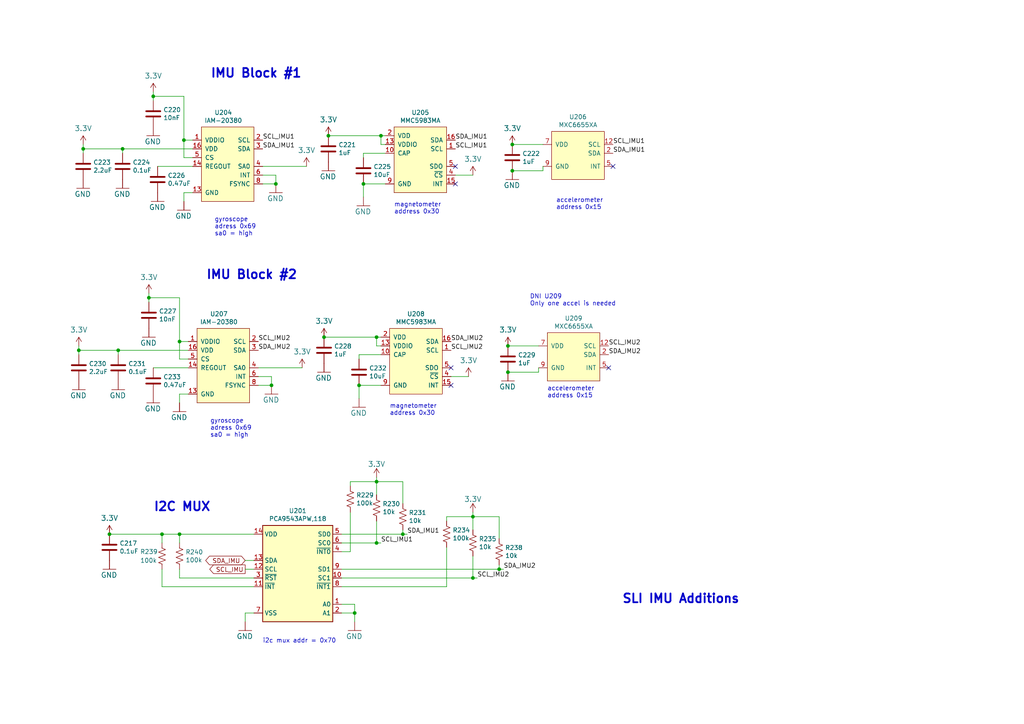
<source format=kicad_sch>
(kicad_sch (version 20211123) (generator eeschema)
  (paper "A4")
  (lib_symbols
    (symbol "mainboard-rescue:C-Device-mainboard-rescue" (pin_numbers hide) (pin_names (offset 0.254))
      (property "Reference" "C" (at 0.635 2.54 0))
      (property "Value" "C-Device-mainboard-rescue" (at 0.635 -2.54 0))
      (symbol "C-Device-mainboard-rescue_0_1"
        (polyline (pts (xy -2.032 -0.762) (xy 2.032 -0.762)) (stroke (width 0.508)))
        (polyline (pts (xy -2.032 0.762) (xy 2.032 0.762)) (stroke (width 0.508)))
      )
      (symbol "C-Device-mainboard-rescue_1_1"
        (pin passive line (at 0 3.81 270) (length 2.794) (name "~") (number "1"))
        (pin passive line (at 0 -3.81 90) (length 2.794) (name "~") (number "2"))
      )
    )
    (symbol "mainboard-rescue:R_US-Device-mainboard-rescue" (pin_numbers hide) (pin_names (offset 0))
      (property "Reference" "R" (at 2.54 0 90))
      (property "Value" "R_US-Device-mainboard-rescue" (at -2.54 0 90))
      (symbol "R_US-Device-mainboard-rescue_0_1"
        (polyline (pts (xy 0 -2.286) (xy 0 -2.54)))
        (polyline (pts (xy 0 2.286) (xy 0 2.54)))
        (polyline (pts (xy 0 -0.762) (xy 1.016 -1.143) (xy 0 -1.524) (xy -1.016 -1.905) (xy 0 -2.286)))
        (polyline (pts (xy 0 0.762) (xy 1.016 0.381) (xy 0 0) (xy -1.016 -0.381) (xy 0 -0.762)))
        (polyline (pts (xy 0 2.286) (xy 1.016 1.905) (xy 0 1.524) (xy -1.016 1.143) (xy 0 0.762)))
      )
      (symbol "R_US-Device-mainboard-rescue_1_1"
        (pin passive line (at 0 3.81 270) (length 1.27) (name "~") (number "1"))
        (pin passive line (at 0 -3.81 90) (length 1.27) (name "~") (number "2"))
      )
    )
    (symbol "mainboard:3.3V" (power) (pin_names (offset 1.016))
      (property "Value" "3.3V" (at -1.016 3.556 0))
      (symbol "3.3V_1_0"
        (polyline (pts (xy 0 2.54) (xy -0.762 1.27)))
        (polyline (pts (xy 0.762 1.27) (xy 0 2.54)))
        (pin power_in line (at 0 0 90) (length 2.54) (name "3.3V") (number "1"))
      )
    )
    (symbol "mainboard:GND" (power) (pin_names (offset 1.016))
      (property "Value" "GND" (at -2.54 -2.54 0))
      (symbol "GND_1_0"
        (polyline (pts (xy -1.905 0) (xy 1.905 0)))
        (pin power_in line (at 0 2.54 270) (length 2.54) (name "GND") (number "1"))
      )
    )
    (symbol "mainboard_SLI:IAM-20380" (pin_names (offset 1.016))
      (property "Reference" "U" (at 0 3.81 0))
      (property "Value" "IAM-20380" (at 0 1.27 0))
      (symbol "IAM-20380_0_0"
        (pin unspecified line (at -10.16 -3.81 0) (length 2.54) (name "VDDIO") (number "1"))
        (pin unspecified line (at -10.16 -19.05 0) (length 2.54) hide (name "RESV_GND") (number "10"))
        (pin unspecified line (at -10.16 -19.05 0) (length 2.54) hide (name "RESV_GND") (number "11"))
        (pin unspecified line (at -10.16 -19.05 0) (length 2.54) hide (name "RESV_GND") (number "12"))
        (pin unspecified line (at -10.16 -19.05 0) (length 2.54) (name "GND") (number "13"))
        (pin unspecified line (at -10.16 -11.43 0) (length 2.54) (name "REGOUT") (number "14"))
        (pin unspecified line (at -10.16 -19.05 0) (length 2.54) hide (name "RESV_GND") (number "15"))
        (pin unspecified line (at -10.16 -6.35 0) (length 2.54) (name "VDD") (number "16"))
        (pin unspecified line (at 10.16 -3.81 180) (length 2.54) (name "SCL") (number "2"))
        (pin unspecified line (at 10.16 -6.35 180) (length 2.54) (name "SDA") (number "3"))
        (pin unspecified line (at 10.16 -11.43 180) (length 2.54) (name "SA0") (number "4"))
        (pin unspecified line (at -10.16 -8.89 0) (length 2.54) (name "CS") (number "5"))
        (pin unspecified line (at 10.16 -13.97 180) (length 2.54) (name "INT") (number "6"))
        (pin unspecified line (at 10.16 -19.05 180) (length 2.54) hide (name "RESV_NC") (number "7"))
        (pin unspecified line (at 10.16 -16.51 180) (length 2.54) (name "FSYNC") (number "8"))
        (pin unspecified line (at -10.16 -19.05 0) (length 2.54) hide (name "RESV_GND") (number "9"))
      )
      (symbol "IAM-20380_0_1"
        (rectangle (start -7.62 0) (end 7.62 -21.59) (fill (type background)))
      )
    )
    (symbol "mainboard_SLI:MMC5983MA" (pin_names (offset 1.016))
      (property "Reference" "U" (at 0 3.81 0))
      (property "Value" "MMC5983MA" (at 0 1.27 0))
      (symbol "MMC5983MA_0_1"
        (rectangle (start -7.62 0) (end 7.62 -19.05) (fill (type background)))
      )
      (symbol "MMC5983MA_1_1"
        (pin input line (at 10.16 -6.35 180) (length 2.54) (name "SCL") (number "1"))
        (pin input line (at -10.16 -7.62 0) (length 2.54) (name "CAP") (number "10"))
        (pin input line (at -10.16 -16.51 0) (length 2.54) hide (name "GND") (number "11"))
        (pin input line (at -10.16 -5.08 0) (length 2.54) (name "VDDIO") (number "13"))
        (pin input line (at 10.16 -16.51 180) (length 2.54) (name "INT") (number "15"))
        (pin input line (at 10.16 -3.81 180) (length 2.54) (name "SDA") (number "16"))
        (pin input line (at -10.16 -2.54 0) (length 2.54) (name "VDD") (number "2"))
        (pin input line (at 10.16 -13.97 180) (length 2.54) (name "~{CS}") (number "4"))
        (pin input line (at 10.16 -11.43 180) (length 2.54) (name "SDO") (number "5"))
        (pin input line (at -10.16 -16.51 0) (length 2.54) (name "GND") (number "9"))
      )
    )
    (symbol "mainboard_SLI:MXC6655XA" (pin_names (offset 1.016))
      (property "Reference" "U" (at 0 3.81 0))
      (property "Value" "MXC6655XA" (at 0 1.27 0))
      (symbol "MXC6655XA_0_1"
        (rectangle (start -7.62 0) (end 7.62 -13.97) (fill (type background)))
      )
      (symbol "MXC6655XA_1_1"
        (pin input line (at 10.16 -3.81 180) (length 2.54) (name "SCL") (number "12"))
        (pin input line (at 10.16 -6.35 180) (length 2.54) (name "SDA") (number "2"))
        (pin input line (at 10.16 -10.16 180) (length 2.54) (name "INT") (number "5"))
        (pin input line (at -10.16 -3.81 0) (length 2.54) (name "VDD") (number "7"))
        (pin input line (at -10.16 -10.16 0) (length 2.54) (name "GND") (number "9"))
      )
    )
    (symbol "mainboard_SLI:PCA9543APW,118"
      (property "Reference" "U" (at 0 6.35 0))
      (property "Value" "PCA9543APW,118" (at 0 2.54 0))
      (symbol "PCA9543APW,118_0_1"
        (rectangle (start 8.89 0) (end -11.43 -27.94) (stroke (width 0.254)) (fill (type background)))
      )
      (symbol "PCA9543APW,118_1_1"
        (pin input line (at 11.43 -22.86 180) (length 2.54) (name "A0") (number "1"))
        (pin output line (at 11.43 -15.24 180) (length 2.54) (name "SC1") (number "10"))
        (pin open_collector line (at -13.97 -17.78 0) (length 2.54) (name "~{INT}") (number "11"))
        (pin input line (at -13.97 -12.7 0) (length 2.54) (name "SCL") (number "12"))
        (pin bidirectional line (at -13.97 -10.16 0) (length 2.54) (name "SDA") (number "13"))
        (pin power_in line (at -13.97 -2.54 0) (length 2.54) (name "VDD") (number "14"))
        (pin input line (at 11.43 -25.4 180) (length 2.54) (name "A1") (number "2"))
        (pin open_collector line (at -13.97 -15.24 0) (length 2.54) (name "~{RST}") (number "3"))
        (pin input line (at 11.43 -7.62 180) (length 2.54) (name "~{INT0}") (number "4"))
        (pin bidirectional line (at 11.43 -2.54 180) (length 2.54) (name "SD0") (number "5"))
        (pin output line (at 11.43 -5.08 180) (length 2.54) (name "SC0") (number "6"))
        (pin power_in line (at -13.97 -25.4 0) (length 2.54) (name "VSS") (number "7"))
        (pin input line (at 11.43 -17.78 180) (length 2.54) (name "~{INT1}") (number "8"))
        (pin bidirectional line (at 11.43 -12.7 180) (length 2.54) (name "SD1") (number "9"))
      )
    )
  )
  (junction (at 52.07 154.94))
  (junction (at 116.84 154.94))
  (junction (at 52.07 99.06))
  (junction (at 80.01 53.34))
  (junction (at 46.99 154.94))
  (junction (at 95.25 39.37))
  (junction (at 109.22 139.7))
  (junction (at 34.29 101.6))
  (junction (at 22.86 101.6))
  (junction (at 44.45 27.94))
  (junction (at 148.59 49.53))
  (junction (at 102.87 177.8))
  (junction (at 31.75 154.94))
  (junction (at 109.22 157.48))
  (junction (at 35.56 43.18))
  (junction (at 43.18 86.36))
  (junction (at 147.32 100.33))
  (junction (at 137.16 167.64))
  (junction (at 110.49 39.37))
  (junction (at 93.98 97.79))
  (junction (at 148.59 41.91))
  (junction (at 105.41 53.34))
  (junction (at 147.32 107.95))
  (junction (at 53.34 40.64))
  (junction (at 144.78 165.1))
  (junction (at 137.16 149.86))
  (junction (at 104.14 111.76))
  (junction (at 109.22 97.79))
  (junction (at 24.13 43.18))
  (junction (at 78.74 111.76))
  (no_connect (at 130.81 106.68))
  (no_connect (at 177.8 48.26))
  (no_connect (at 132.08 48.26))
  (no_connect (at 130.81 111.76))
  (no_connect (at 132.08 53.34))
  (no_connect (at 176.53 106.68))
  (wire (pts (xy 101.6 160.02) (xy 101.6 148.59)))
  (wire (pts (xy 99.06 157.48) (xy 109.22 157.48)))
  (wire (pts (xy 43.18 86.36) (xy 52.07 86.36)))
  (wire (pts (xy 110.49 41.91) (xy 110.49 39.37)))
  (wire (pts (xy 137.16 167.64) (xy 138.43 167.64)))
  (wire (pts (xy 109.22 157.48) (xy 109.22 151.13)))
  (wire (pts (xy 52.07 157.48) (xy 52.07 154.94)))
  (wire (pts (xy 109.22 97.79) (xy 110.49 97.79)))
  (wire (pts (xy 102.87 177.8) (xy 99.06 177.8)))
  (wire (pts (xy 24.13 43.18) (xy 24.13 44.45)))
  (wire (pts (xy 73.66 177.8) (xy 71.12 177.8)))
  (wire (pts (xy 109.22 143.51) (xy 109.22 139.7)))
  (wire (pts (xy 116.84 154.94) (xy 116.84 153.67)))
  (wire (pts (xy 52.07 167.64) (xy 52.07 165.1)))
  (wire (pts (xy 137.16 153.67) (xy 137.16 149.86)))
  (wire (pts (xy 116.84 154.94) (xy 118.11 154.94)))
  (wire (pts (xy 116.84 139.7) (xy 116.84 146.05)))
  (wire (pts (xy 44.45 27.94) (xy 53.34 27.94)))
  (wire (pts (xy 53.34 45.72) (xy 53.34 40.64)))
  (wire (pts (xy 54.61 101.6) (xy 34.29 101.6)))
  (wire (pts (xy 99.06 170.18) (xy 129.54 170.18)))
  (wire (pts (xy 55.88 45.72) (xy 53.34 45.72)))
  (wire (pts (xy 104.14 102.87) (xy 110.49 102.87)))
  (wire (pts (xy 101.6 160.02) (xy 99.06 160.02)))
  (wire (pts (xy 80.01 53.34) (xy 76.2 53.34)))
  (wire (pts (xy 54.61 104.14) (xy 52.07 104.14)))
  (wire (pts (xy 54.61 99.06) (xy 52.07 99.06)))
  (wire (pts (xy 109.22 157.48) (xy 110.49 157.48)))
  (wire (pts (xy 53.34 55.88) (xy 53.34 58.42)))
  (wire (pts (xy 104.14 104.14) (xy 104.14 102.87)))
  (wire (pts (xy 144.78 165.1) (xy 146.05 165.1)))
  (wire (pts (xy 46.99 157.48) (xy 46.99 154.94)))
  (wire (pts (xy 144.78 149.86) (xy 137.16 149.86)))
  (wire (pts (xy 44.45 27.94) (xy 44.45 29.21)))
  (wire (pts (xy 137.16 161.29) (xy 137.16 167.64)))
  (wire (pts (xy 105.41 45.72) (xy 105.41 44.45)))
  (wire (pts (xy 46.99 165.1) (xy 46.99 170.18)))
  (wire (pts (xy 110.49 100.33) (xy 109.22 100.33)))
  (wire (pts (xy 148.59 41.91) (xy 157.48 41.91)))
  (wire (pts (xy 99.06 175.26) (xy 102.87 175.26)))
  (wire (pts (xy 102.87 175.26) (xy 102.87 177.8)))
  (wire (pts (xy 144.78 149.86) (xy 144.78 156.21)))
  (wire (pts (xy 156.21 106.68) (xy 156.21 107.95)))
  (wire (pts (xy 144.78 163.83) (xy 144.78 165.1)))
  (wire (pts (xy 111.76 41.91) (xy 110.49 41.91)))
  (wire (pts (xy 71.12 177.8) (xy 71.12 180.34)))
  (wire (pts (xy 157.48 48.26) (xy 157.48 49.53)))
  (wire (pts (xy 73.66 162.56) (xy 71.12 162.56)))
  (wire (pts (xy 110.49 39.37) (xy 111.76 39.37)))
  (wire (pts (xy 22.86 101.6) (xy 22.86 102.87)))
  (wire (pts (xy 105.41 53.34) (xy 111.76 53.34)))
  (wire (pts (xy 55.88 55.88) (xy 53.34 55.88)))
  (wire (pts (xy 147.32 100.33) (xy 156.21 100.33)))
  (wire (pts (xy 74.93 109.22) (xy 78.74 109.22)))
  (wire (pts (xy 129.54 149.86) (xy 129.54 151.13)))
  (wire (pts (xy 78.74 111.76) (xy 74.93 111.76)))
  (wire (pts (xy 24.13 41.91) (xy 24.13 43.18)))
  (wire (pts (xy 53.34 27.94) (xy 53.34 40.64)))
  (wire (pts (xy 129.54 158.75) (xy 129.54 170.18)))
  (wire (pts (xy 74.93 106.68) (xy 87.63 106.68)))
  (wire (pts (xy 54.61 106.68) (xy 44.45 106.68)))
  (wire (pts (xy 99.06 154.94) (xy 116.84 154.94)))
  (wire (pts (xy 24.13 43.18) (xy 35.56 43.18)))
  (wire (pts (xy 55.88 40.64) (xy 53.34 40.64)))
  (wire (pts (xy 52.07 104.14) (xy 52.07 99.06)))
  (wire (pts (xy 76.2 48.26) (xy 88.9 48.26)))
  (wire (pts (xy 137.16 149.86) (xy 137.16 148.59)))
  (wire (pts (xy 78.74 109.22) (xy 78.74 111.76)))
  (wire (pts (xy 71.12 165.1) (xy 73.66 165.1)))
  (wire (pts (xy 101.6 139.7) (xy 101.6 140.97)))
  (wire (pts (xy 22.86 100.33) (xy 22.86 101.6)))
  (wire (pts (xy 105.41 44.45) (xy 111.76 44.45)))
  (wire (pts (xy 109.22 100.33) (xy 109.22 97.79)))
  (wire (pts (xy 144.78 165.1) (xy 99.06 165.1)))
  (wire (pts (xy 80.01 50.8) (xy 80.01 53.34)))
  (wire (pts (xy 46.99 170.18) (xy 73.66 170.18)))
  (wire (pts (xy 52.07 154.94) (xy 73.66 154.94)))
  (wire (pts (xy 52.07 167.64) (xy 73.66 167.64)))
  (wire (pts (xy 55.88 48.26) (xy 45.72 48.26)))
  (wire (pts (xy 22.86 101.6) (xy 34.29 101.6)))
  (wire (pts (xy 109.22 139.7) (xy 101.6 139.7)))
  (wire (pts (xy 99.06 167.64) (xy 137.16 167.64)))
  (wire (pts (xy 93.98 97.79) (xy 109.22 97.79)))
  (wire (pts (xy 156.21 107.95) (xy 147.32 107.95)))
  (wire (pts (xy 104.14 111.76) (xy 104.14 115.57)))
  (wire (pts (xy 55.88 43.18) (xy 35.56 43.18)))
  (wire (pts (xy 43.18 85.09) (xy 43.18 86.36)))
  (wire (pts (xy 105.41 53.34) (xy 105.41 57.15)))
  (wire (pts (xy 137.16 149.86) (xy 129.54 149.86)))
  (wire (pts (xy 95.25 39.37) (xy 110.49 39.37)))
  (wire (pts (xy 52.07 86.36) (xy 52.07 99.06)))
  (wire (pts (xy 109.22 139.7) (xy 109.22 138.43)))
  (wire (pts (xy 31.75 154.94) (xy 46.99 154.94)))
  (wire (pts (xy 157.48 49.53) (xy 148.59 49.53)))
  (wire (pts (xy 35.56 43.18) (xy 35.56 44.45)))
  (wire (pts (xy 43.18 86.36) (xy 43.18 87.63)))
  (wire (pts (xy 34.29 101.6) (xy 34.29 102.87)))
  (wire (pts (xy 52.07 114.3) (xy 52.07 116.84)))
  (wire (pts (xy 54.61 114.3) (xy 52.07 114.3)))
  (wire (pts (xy 46.99 154.94) (xy 52.07 154.94)))
  (wire (pts (xy 76.2 50.8) (xy 80.01 50.8)))
  (wire (pts (xy 116.84 139.7) (xy 109.22 139.7)))
  (wire (pts (xy 104.14 111.76) (xy 110.49 111.76)))
  (wire (pts (xy 132.08 50.8) (xy 137.16 50.8)))
  (wire (pts (xy 130.81 109.22) (xy 135.89 109.22)))
  (wire (pts (xy 102.87 177.8) (xy 102.87 180.34)))
  (wire (pts (xy 44.45 26.67) (xy 44.45 27.94)))
  (text "i2c mux addr = 0x70" (at 76.2 186.69 0) (effects (font (size 1.27 1.27)) (justify left bottom)))
  (text "IMU Block #2" (at 59.69 81.28 0) (effects (font (size 2.54 2.54) (thickness 0.508) bold) (justify left bottom)))
  (text "IMU Block #1" (at 60.96 22.86 0) (effects (font (size 2.54 2.54) (thickness 0.508) bold) (justify left bottom)))
  (text "accelerometer\naddress 0x15" (at 161.29 60.96 0) (effects (font (size 1.27 1.27)) (justify left bottom)))
  (text "magnetometer\naddress 0x30" (at 114.3 62.23 0) (effects (font (size 1.27 1.27)) (justify left bottom)))
  (text "SLI IMU Additions" (at 180.34 175.26 0) (effects (font (size 2.54 2.54) (thickness 0.508) bold) (justify left bottom)))
  (text "DNI U209\nOnly one accel is needed" (at 153.67 88.9 0) (effects (font (size 1.27 1.27)) (justify left bottom)))
  (text "gyroscope\nadress 0x69\nsa0 = high" (at 60.96 127 0) (effects (font (size 1.27 1.27)) (justify left bottom)))
  (text "I2C MUX" (at 44.45 148.59 0) (effects (font (size 2.54 2.54) (thickness 0.508) bold) (justify left bottom)))
  (text "accelerometer\naddress 0x15" (at 158.75 115.57 0) (effects (font (size 1.27 1.27)) (justify left bottom)))
  (text "gyroscope\nadress 0x69\nsa0 = high" (at 62.23 68.58 0) (effects (font (size 1.27 1.27)) (justify left bottom)))
  (text "magnetometer\naddress 0x30" (at 113.03 120.65 0) (effects (font (size 1.27 1.27)) (justify left bottom)))
  (label "SDA_IMU2" (at 130.81 99.06 0))
  (label "SCL_IMU1" (at 132.08 43.18 0))
  (label "SDA_IMU1" (at 118.11 154.94 0))
  (label "SDA_IMU1" (at 132.08 40.64 0))
  (label "SDA_IMU2" (at 146.05 165.1 0))
  (label "SCL_IMU1" (at 110.49 157.48 0))
  (label "SDA_IMU2" (at 176.53 102.87 0))
  (label "SDA_IMU2" (at 74.93 101.6 0))
  (label "SCL_IMU2" (at 74.93 99.06 0))
  (label "SCL_IMU2" (at 176.53 100.33 0))
  (label "SDA_IMU1" (at 76.2 43.18 0))
  (label "SCL_IMU1" (at 177.8 41.91 0))
  (label "SCL_IMU1" (at 76.2 40.64 0))
  (label "SDA_IMU1" (at 177.8 44.45 0))
  (label "SCL_IMU2" (at 138.43 167.64 0))
  (label "SCL_IMU2" (at 130.81 101.6 0))
  (global_label "SDA_IMU" (shape bidirectional) (at 71.12 162.56 180) (property "Intersheet References" "${INTERSHEET_REFS}" (effects hide)))
  (global_label "SCL_IMU" (shape output) (at 71.12 165.1 180) (property "Intersheet References" "${INTERSHEET_REFS}" (effects hide)))
  (symbol (lib_id "mainboard_SLI:IAM-20380") (at 66.04 36.83 0) (unit 1)
    (property "Reference" "U204" (at 64.77 32.639 0))
    (property "Value" "IAM-20380" (at 64.77 34.9504 0))
    (property "Footprint" "mainboard-SLI:IAM-20380" (effects hide))
  )
  (symbol (lib_id "mainboard_SLI:MMC5983MA") (at 121.92 36.83 0) (unit 1)
    (property "Reference" "U205" (at 121.92 32.639 0))
    (property "Value" "MMC5983MA" (at 121.92 34.9504 0))
    (property "Footprint" "mainboard-SLI:MMC5983MA" (effects hide))
  )
  (symbol (lib_id "mainboard_SLI:MXC6655XA") (at 167.64 38.1 0) (unit 1)
    (property "Reference" "U206" (at 167.64 33.909 0))
    (property "Value" "MXC6655XA" (at 167.64 36.2204 0))
    (property "Footprint" "mainboard-SLI:MXC6655XA" (effects hide))
  )
  (symbol (lib_id "mainboard:3.3V") (at 31.75 154.94 0) (unit 1)
    (property "Reference" "#SUPPLY0124" (effects hide))
    (property "Value" "3.3V" (at 29.21 151.13 0) (effects (font (size 1.4986 1.4986)) (justify left bottom)))
  )
  (symbol (lib_id "mainboard-rescue:C-Device-mainboard-rescue") (at 31.75 158.75 0) (unit 1)
    (property "Reference" "C217" (at 34.671 157.5816 0) (effects (justify left)))
    (property "Value" "0.1uF" (at 34.671 159.893 0) (effects (justify left)))
    (property "Footprint" "Capacitor_SMD:C_0603_1608Metric" (effects hide))
  )
  (symbol (lib_id "mainboard:GND") (at 31.75 165.1 0) (unit 1)
    (property "Reference" "#GND0154" (effects hide))
    (property "Value" "GND" (at 29.21 167.64 0) (effects (font (size 1.4986 1.4986)) (justify left bottom)))
  )
  (symbol (lib_id "mainboard:GND") (at 102.87 182.88 0) (unit 1)
    (property "Reference" "#GND0153" (effects hide))
    (property "Value" "GND" (at 100.33 185.42 0) (effects (font (size 1.4986 1.4986)) (justify left bottom)))
  )
  (symbol (lib_id "mainboard:GND") (at 71.12 182.88 0) (unit 1)
    (property "Reference" "#GND0152" (effects hide))
    (property "Value" "GND" (at 68.58 185.42 0) (effects (font (size 1.4986 1.4986)) (justify left bottom)))
  )
  (symbol (lib_id "mainboard-rescue:R_US-Device-mainboard-rescue") (at 52.07 161.29 0) (unit 1)
    (property "Reference" "R240" (at 53.7972 160.1216 0) (effects (justify left)))
    (property "Value" "100k" (at 53.7972 162.433 0) (effects (justify left)))
    (property "Footprint" "Resistor_SMD:R_0603_1608Metric" (effects hide))
  )
  (symbol (lib_id "mainboard-rescue:R_US-Device-mainboard-rescue") (at 46.99 161.29 0) (unit 1)
    (property "Reference" "R239" (at 40.64 160.02 0) (effects (justify left)))
    (property "Value" "100k" (at 40.64 162.56 0) (effects (justify left)))
    (property "Footprint" "Resistor_SMD:R_0603_1608Metric" (effects hide))
  )
  (symbol (lib_id "mainboard_SLI:PCA9543APW,118") (at 87.63 152.4 0) (unit 1)
    (property "Reference" "U201" (at 86.36 148.1582 0))
    (property "Value" "PCA9543APW,118" (at 86.36 150.4696 0))
    (property "Footprint" "Package_SO:TSSOP-14_4.4x5mm_P0.65mm" (effects hide))
    (property "Datasheet" "http://www.nxp.com/documents/data_sheet/PCA9544A.pdf" (effects hide))
  )
  (symbol (lib_id "mainboard-rescue:R_US-Device-mainboard-rescue") (at 101.6 144.78 0) (unit 1)
    (property "Reference" "R229" (at 103.3272 143.6116 0) (effects (justify left)))
    (property "Value" "100k" (at 103.3272 145.923 0) (effects (justify left)))
    (property "Footprint" "Resistor_SMD:R_0603_1608Metric" (effects hide))
  )
  (symbol (lib_id "mainboard-rescue:R_US-Device-mainboard-rescue") (at 109.22 147.32 0) (unit 1)
    (property "Reference" "R230" (at 110.9472 146.1516 0) (effects (justify left)))
    (property "Value" "10k" (at 110.9472 148.463 0) (effects (justify left)))
    (property "Footprint" "Resistor_SMD:R_0603_1608Metric" (effects hide))
  )
  (symbol (lib_id "mainboard-rescue:R_US-Device-mainboard-rescue") (at 116.84 149.86 0) (unit 1)
    (property "Reference" "R231" (at 118.5672 148.6916 0) (effects (justify left)))
    (property "Value" "10k" (at 118.5672 151.003 0) (effects (justify left)))
    (property "Footprint" "Resistor_SMD:R_0603_1608Metric" (effects hide))
  )
  (symbol (lib_id "mainboard-rescue:R_US-Device-mainboard-rescue") (at 129.54 154.94 0) (unit 1)
    (property "Reference" "R234" (at 131.2672 153.7716 0) (effects (justify left)))
    (property "Value" "100k" (at 131.2672 156.083 0) (effects (justify left)))
    (property "Footprint" "Resistor_SMD:R_0603_1608Metric" (effects hide))
  )
  (symbol (lib_id "mainboard-rescue:R_US-Device-mainboard-rescue") (at 137.16 157.48 0) (unit 1)
    (property "Reference" "R235" (at 138.8872 156.3116 0) (effects (justify left)))
    (property "Value" "10k" (at 138.8872 158.623 0) (effects (justify left)))
    (property "Footprint" "Resistor_SMD:R_0603_1608Metric" (effects hide))
  )
  (symbol (lib_id "mainboard-rescue:R_US-Device-mainboard-rescue") (at 144.78 160.02 0) (unit 1)
    (property "Reference" "R238" (at 146.5072 158.8516 0) (effects (justify left)))
    (property "Value" "10k" (at 146.5072 161.163 0) (effects (justify left)))
    (property "Footprint" "Resistor_SMD:R_0603_1608Metric" (effects hide))
  )
  (symbol (lib_id "mainboard:3.3V") (at 109.22 138.43 0) (unit 1)
    (property "Reference" "#P+0108" (effects hide))
    (property "Value" "3.3V" (at 109.22 134.62 0) (effects (font (size 1.4986 1.4986))))
  )
  (symbol (lib_id "mainboard:3.3V") (at 137.16 148.59 0) (unit 1)
    (property "Reference" "#P+0107" (effects hide))
    (property "Value" "3.3V" (at 137.16 144.78 0) (effects (font (size 1.4986 1.4986))))
  )
  (symbol (lib_id "mainboard:3.3V") (at 24.13 41.91 0) (unit 1)
    (property "Reference" "#SUPPLY0105" (effects hide))
    (property "Value" "3.3V" (at 21.59 38.1 0) (effects (font (size 1.4986 1.4986)) (justify left bottom)))
  )
  (symbol (lib_id "mainboard-rescue:C-Device-mainboard-rescue") (at 35.56 48.26 0) (unit 1)
    (property "Reference" "C224" (at 38.481 47.0916 0) (effects (justify left)))
    (property "Value" "0.1uF" (at 38.481 49.403 0) (effects (justify left)))
    (property "Footprint" "Capacitor_SMD:C_0603_1608Metric" (effects hide))
  )
  (symbol (lib_id "mainboard:GND") (at 35.56 54.61 0) (unit 1)
    (property "Reference" "#GND0132" (effects hide))
    (property "Value" "GND" (at 33.02 57.15 0) (effects (font (size 1.4986 1.4986)) (justify left bottom)))
  )
  (symbol (lib_id "mainboard-rescue:C-Device-mainboard-rescue") (at 24.13 48.26 0) (unit 1)
    (property "Reference" "C223" (at 27.051 47.0916 0) (effects (justify left)))
    (property "Value" "2.2uF" (at 27.051 49.403 0) (effects (justify left)))
    (property "Footprint" "Capacitor_SMD:C_0603_1608Metric" (effects hide))
  )
  (symbol (lib_id "mainboard:GND") (at 24.13 54.61 0) (unit 1)
    (property "Reference" "#GND0133" (effects hide))
    (property "Value" "GND" (at 21.59 57.15 0) (effects (font (size 1.4986 1.4986)) (justify left bottom)))
  )
  (symbol (lib_id "mainboard:3.3V") (at 44.45 26.67 0) (unit 1)
    (property "Reference" "#SUPPLY0106" (effects hide))
    (property "Value" "3.3V" (at 41.91 22.86 0) (effects (font (size 1.4986 1.4986)) (justify left bottom)))
  )
  (symbol (lib_id "mainboard-rescue:C-Device-mainboard-rescue") (at 44.45 33.02 0) (unit 1)
    (property "Reference" "C220" (at 47.371 31.8516 0) (effects (justify left)))
    (property "Value" "10nF" (at 47.371 34.163 0) (effects (justify left)))
    (property "Footprint" "Capacitor_SMD:C_0603_1608Metric" (effects hide))
  )
  (symbol (lib_id "mainboard:GND") (at 44.45 39.37 0) (unit 1)
    (property "Reference" "#GND0134" (effects hide))
    (property "Value" "GND" (at 41.91 41.91 0) (effects (font (size 1.4986 1.4986)) (justify left bottom)))
  )
  (symbol (lib_id "mainboard:GND") (at 45.72 58.42 0) (unit 1)
    (property "Reference" "#GND0135" (effects hide))
    (property "Value" "GND" (at 43.18 60.96 0) (effects (font (size 1.4986 1.4986)) (justify left bottom)))
  )
  (symbol (lib_id "mainboard-rescue:C-Device-mainboard-rescue") (at 45.72 52.07 0) (unit 1)
    (property "Reference" "C226" (at 48.641 50.9016 0) (effects (justify left)))
    (property "Value" "0.47uF" (at 48.641 53.213 0) (effects (justify left)))
    (property "Footprint" "Capacitor_SMD:C_0603_1608Metric" (effects hide))
  )
  (symbol (lib_id "mainboard:GND") (at 53.34 60.96 0) (unit 1)
    (property "Reference" "#GND0136" (effects hide))
    (property "Value" "GND" (at 50.8 63.5 0) (effects (font (size 1.4986 1.4986)) (justify left bottom)))
  )
  (symbol (lib_id "mainboard:3.3V") (at 88.9 48.26 0) (unit 1)
    (property "Reference" "#SUPPLY0107" (effects hide))
    (property "Value" "3.3V" (at 86.36 44.45 0) (effects (font (size 1.4986 1.4986)) (justify left bottom)))
  )
  (symbol (lib_id "mainboard:GND") (at 80.01 55.88 0) (unit 1)
    (property "Reference" "#GND0137" (effects hide))
    (property "Value" "GND" (at 77.47 58.42 0) (effects (font (size 1.4986 1.4986)) (justify left bottom)))
  )
  (symbol (lib_id "mainboard:3.3V") (at 95.25 39.37 0) (unit 1)
    (property "Reference" "#SUPPLY0108" (effects hide))
    (property "Value" "3.3V" (at 92.71 35.56 0) (effects (font (size 1.4986 1.4986)) (justify left bottom)))
  )
  (symbol (lib_id "mainboard-rescue:C-Device-mainboard-rescue") (at 95.25 43.18 0) (unit 1)
    (property "Reference" "C221" (at 98.171 42.0116 0) (effects (justify left)))
    (property "Value" "1uF" (at 98.171 44.323 0) (effects (justify left)))
    (property "Footprint" "Capacitor_SMD:C_0603_1608Metric" (effects hide))
  )
  (symbol (lib_id "mainboard:GND") (at 95.25 49.53 0) (unit 1)
    (property "Reference" "#GND0138" (effects hide))
    (property "Value" "GND" (at 92.71 52.07 0) (effects (font (size 1.4986 1.4986)) (justify left bottom)))
  )
  (symbol (lib_id "mainboard:3.3V") (at 137.16 50.8 0) (unit 1)
    (property "Reference" "#SUPPLY0112" (effects hide))
    (property "Value" "3.3V" (at 134.62 46.99 0) (effects (font (size 1.4986 1.4986)) (justify left bottom)))
  )
  (symbol (lib_id "mainboard:GND") (at 105.41 59.69 0) (unit 1)
    (property "Reference" "#GND0139" (effects hide))
    (property "Value" "GND" (at 102.87 62.23 0) (effects (font (size 1.4986 1.4986)) (justify left bottom)))
  )
  (symbol (lib_id "mainboard-rescue:C-Device-mainboard-rescue") (at 105.41 49.53 0) (unit 1)
    (property "Reference" "C225" (at 108.331 48.3616 0) (effects (justify left)))
    (property "Value" "10uF" (at 108.331 50.673 0) (effects (justify left)))
    (property "Footprint" "Capacitor_SMD:C_0805_2012Metric" (effects hide))
  )
  (symbol (lib_id "mainboard:3.3V") (at 148.59 41.91 0) (unit 1)
    (property "Reference" "#SUPPLY0113" (effects hide))
    (property "Value" "3.3V" (at 146.05 38.1 0) (effects (font (size 1.4986 1.4986)) (justify left bottom)))
  )
  (symbol (lib_id "mainboard-rescue:C-Device-mainboard-rescue") (at 148.59 45.72 0) (unit 1)
    (property "Reference" "C222" (at 151.511 44.5516 0) (effects (justify left)))
    (property "Value" "1uF" (at 151.511 46.863 0) (effects (justify left)))
    (property "Footprint" "Capacitor_SMD:C_0603_1608Metric" (effects hide))
  )
  (symbol (lib_id "mainboard:GND") (at 148.59 52.07 0) (unit 1)
    (property "Reference" "#GND0140" (effects hide))
    (property "Value" "GND" (at 146.05 54.61 0) (effects (font (size 1.4986 1.4986)) (justify left bottom)))
  )
  (symbol (lib_id "mainboard_SLI:IAM-20380") (at 64.77 95.25 0) (unit 1)
    (property "Reference" "U207" (at 63.5 91.059 0))
    (property "Value" "IAM-20380" (at 63.5 93.3704 0))
    (property "Footprint" "mainboard-SLI:IAM-20380" (effects hide))
  )
  (symbol (lib_id "mainboard_SLI:MMC5983MA") (at 120.65 95.25 0) (unit 1)
    (property "Reference" "U208" (at 120.65 91.059 0))
    (property "Value" "MMC5983MA" (at 120.65 93.3704 0))
    (property "Footprint" "mainboard-SLI:MMC5983MA" (effects hide))
  )
  (symbol (lib_id "mainboard_SLI:MXC6655XA") (at 166.37 96.52 0) (unit 1)
    (property "Reference" "U209" (at 166.37 92.329 0))
    (property "Value" "MXC6655XA" (at 166.37 94.6404 0))
    (property "Footprint" "mainboard-SLI:MXC6655XA" (effects hide))
  )
  (symbol (lib_id "mainboard:3.3V") (at 22.86 100.33 0) (unit 1)
    (property "Reference" "#SUPPLY0114" (effects hide))
    (property "Value" "3.3V" (at 20.32 96.52 0) (effects (font (size 1.4986 1.4986)) (justify left bottom)))
  )
  (symbol (lib_id "mainboard-rescue:C-Device-mainboard-rescue") (at 34.29 106.68 0) (unit 1)
    (property "Reference" "C231" (at 37.211 105.5116 0) (effects (justify left)))
    (property "Value" "0.1uF" (at 37.211 107.823 0) (effects (justify left)))
    (property "Footprint" "Capacitor_SMD:C_0603_1608Metric" (effects hide))
  )
  (symbol (lib_id "mainboard:GND") (at 34.29 113.03 0) (unit 1)
    (property "Reference" "#GND0141" (effects hide))
    (property "Value" "GND" (at 31.75 115.57 0) (effects (font (size 1.4986 1.4986)) (justify left bottom)))
  )
  (symbol (lib_id "mainboard-rescue:C-Device-mainboard-rescue") (at 22.86 106.68 0) (unit 1)
    (property "Reference" "C230" (at 25.781 105.5116 0) (effects (justify left)))
    (property "Value" "2.2uF" (at 25.781 107.823 0) (effects (justify left)))
    (property "Footprint" "Capacitor_SMD:C_0603_1608Metric" (effects hide))
  )
  (symbol (lib_id "mainboard:GND") (at 22.86 113.03 0) (unit 1)
    (property "Reference" "#GND0142" (effects hide))
    (property "Value" "GND" (at 20.32 115.57 0) (effects (font (size 1.4986 1.4986)) (justify left bottom)))
  )
  (symbol (lib_id "mainboard:3.3V") (at 43.18 85.09 0) (unit 1)
    (property "Reference" "#SUPPLY0119" (effects hide))
    (property "Value" "3.3V" (at 40.64 81.28 0) (effects (font (size 1.4986 1.4986)) (justify left bottom)))
  )
  (symbol (lib_id "mainboard:GND") (at 43.18 97.79 0) (unit 1)
    (property "Reference" "#GND0143" (effects hide))
    (property "Value" "GND" (at 40.64 100.33 0) (effects (font (size 1.4986 1.4986)) (justify left bottom)))
  )
  (symbol (lib_id "mainboard-rescue:C-Device-mainboard-rescue") (at 43.18 91.44 0) (unit 1)
    (property "Reference" "C227" (at 46.101 90.2716 0) (effects (justify left)))
    (property "Value" "10nF" (at 46.101 92.583 0) (effects (justify left)))
    (property "Footprint" "Capacitor_SMD:C_0603_1608Metric" (effects hide))
  )
  (symbol (lib_id "mainboard:GND") (at 44.45 116.84 0) (unit 1)
    (property "Reference" "#GND0144" (effects hide))
    (property "Value" "GND" (at 41.91 119.38 0) (effects (font (size 1.4986 1.4986)) (justify left bottom)))
  )
  (symbol (lib_id "mainboard-rescue:C-Device-mainboard-rescue") (at 44.45 110.49 0) (unit 1)
    (property "Reference" "C233" (at 47.371 109.3216 0) (effects (justify left)))
    (property "Value" "0.47uF" (at 47.371 111.633 0) (effects (justify left)))
    (property "Footprint" "Capacitor_SMD:C_0603_1608Metric" (effects hide))
  )
  (symbol (lib_id "mainboard:GND") (at 52.07 119.38 0) (unit 1)
    (property "Reference" "#GND0145" (effects hide))
    (property "Value" "GND" (at 49.53 121.92 0) (effects (font (size 1.4986 1.4986)) (justify left bottom)))
  )
  (symbol (lib_id "mainboard:3.3V") (at 87.63 106.68 0) (unit 1)
    (property "Reference" "#SUPPLY0120" (effects hide))
    (property "Value" "3.3V" (at 85.09 102.87 0) (effects (font (size 1.4986 1.4986)) (justify left bottom)))
  )
  (symbol (lib_id "mainboard:GND") (at 78.74 114.3 0) (unit 1)
    (property "Reference" "#GND0146" (effects hide))
    (property "Value" "GND" (at 76.2 116.84 0) (effects (font (size 1.4986 1.4986)) (justify left bottom)))
  )
  (symbol (lib_id "mainboard:3.3V") (at 93.98 97.79 0) (unit 1)
    (property "Reference" "#SUPPLY0121" (effects hide))
    (property "Value" "3.3V" (at 91.44 93.98 0) (effects (font (size 1.4986 1.4986)) (justify left bottom)))
  )
  (symbol (lib_id "mainboard-rescue:C-Device-mainboard-rescue") (at 93.98 101.6 0) (unit 1)
    (property "Reference" "C228" (at 96.901 100.4316 0) (effects (justify left)))
    (property "Value" "1uF" (at 96.901 102.743 0) (effects (justify left)))
    (property "Footprint" "Capacitor_SMD:C_0603_1608Metric" (effects hide))
  )
  (symbol (lib_id "mainboard:GND") (at 93.98 107.95 0) (unit 1)
    (property "Reference" "#GND0147" (effects hide))
    (property "Value" "GND" (at 91.44 110.49 0) (effects (font (size 1.4986 1.4986)) (justify left bottom)))
  )
  (symbol (lib_id "mainboard:3.3V") (at 135.89 109.22 0) (unit 1)
    (property "Reference" "#SUPPLY0122" (effects hide))
    (property "Value" "3.3V" (at 133.35 105.41 0) (effects (font (size 1.4986 1.4986)) (justify left bottom)))
  )
  (symbol (lib_id "mainboard:GND") (at 104.14 118.11 0) (unit 1)
    (property "Reference" "#GND0148" (effects hide))
    (property "Value" "GND" (at 101.6 120.65 0) (effects (font (size 1.4986 1.4986)) (justify left bottom)))
  )
  (symbol (lib_id "mainboard-rescue:C-Device-mainboard-rescue") (at 104.14 107.95 0) (unit 1)
    (property "Reference" "C232" (at 107.061 106.7816 0) (effects (justify left)))
    (property "Value" "10uF" (at 107.061 109.093 0) (effects (justify left)))
    (property "Footprint" "Capacitor_SMD:C_0805_2012Metric" (effects hide))
  )
  (symbol (lib_id "mainboard:3.3V") (at 147.32 100.33 0) (unit 1)
    (property "Reference" "#SUPPLY0123" (effects hide))
    (property "Value" "3.3V" (at 144.78 96.52 0) (effects (font (size 1.4986 1.4986)) (justify left bottom)))
  )
  (symbol (lib_id "mainboard-rescue:C-Device-mainboard-rescue") (at 147.32 104.14 0) (unit 1)
    (property "Reference" "C229" (at 150.241 102.9716 0) (effects (justify left)))
    (property "Value" "1uF" (at 150.241 105.283 0) (effects (justify left)))
    (property "Footprint" "Capacitor_SMD:C_0603_1608Metric" (effects hide))
  )
  (symbol (lib_id "mainboard:GND") (at 147.32 110.49 0) (unit 1)
    (property "Reference" "#GND0149" (effects hide))
    (property "Value" "GND" (at 144.78 113.03 0) (effects (font (size 1.4986 1.4986)) (justify left bottom)))
  )
)
</source>
